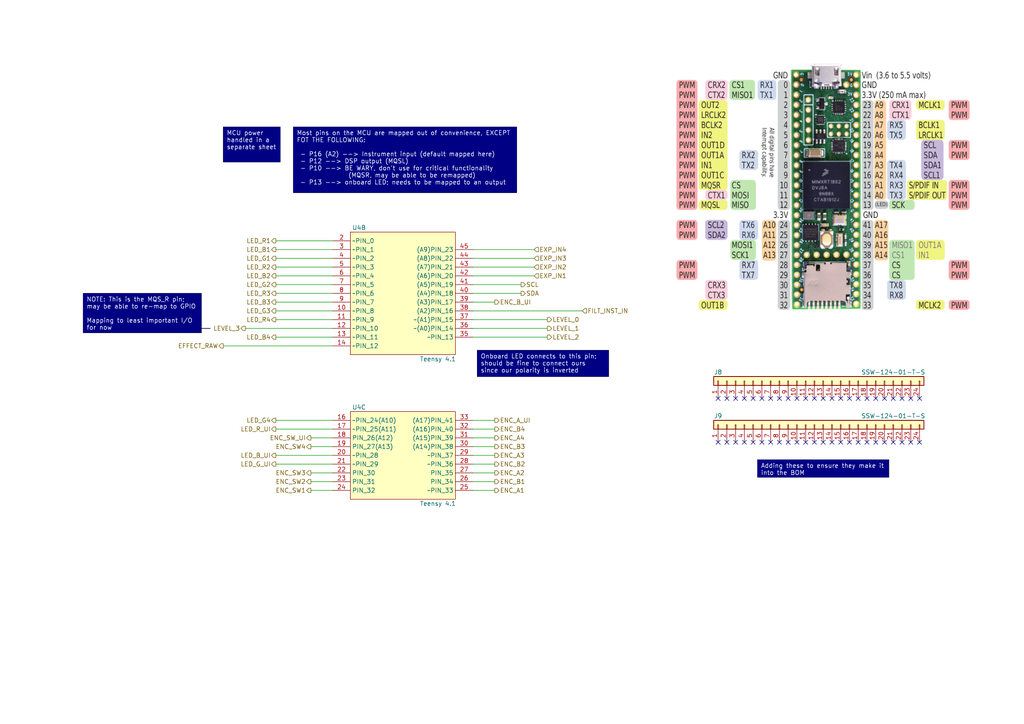
<source format=kicad_sch>
(kicad_sch (version 20230121) (generator eeschema)
  (paper "A4")
  (title_block (title "Digital Audio Effects Processor") (date "2023-11-26") (rev "A") (company "Ishaan Govindarajan"))
  (lib_symbols
    (symbol "Custom-Connector:SSW-124-01-T-S" (pin_names (offset 1.016) hide)
      (property "Reference" "J" (at 0 30.48 0))
      (property "Value" "SSW-124-01-T-S" (at 0 -33.02 0))
      (symbol "SSW-124-01-T-S_1_1"
        (rectangle (start -1.27 -30.353) (end 0 -30.607) (stroke (width 0.1524)))
        (rectangle (start -1.27 -27.813) (end 0 -28.067) (stroke (width 0.1524)))
        (rectangle (start -1.27 -25.273) (end 0 -25.527) (stroke (width 0.1524)))
        (rectangle (start -1.27 -22.733) (end 0 -22.987) (stroke (width 0.1524)))
        (rectangle (start -1.27 -20.193) (end 0 -20.447) (stroke (width 0.1524)))
        (rectangle (start -1.27 -17.653) (end 0 -17.907) (stroke (width 0.1524)))
        (rectangle (start -1.27 -15.113) (end 0 -15.367) (stroke (width 0.1524)))
        (rectangle (start -1.27 -12.573) (end 0 -12.827) (stroke (width 0.1524)))
        (rectangle (start -1.27 -10.033) (end 0 -10.287) (stroke (width 0.1524)))
        (rectangle (start -1.27 -7.493) (end 0 -7.747) (stroke (width 0.1524)))
        (rectangle (start -1.27 -4.953) (end 0 -5.207) (stroke (width 0.1524)))
        (rectangle (start -1.27 -2.413) (end 0 -2.667) (stroke (width 0.1524)))
        (rectangle (start -1.27 0.127) (end 0 -0.127) (stroke (width 0.1524)))
        (rectangle (start -1.27 2.667) (end 0 2.413) (stroke (width 0.1524)))
        (rectangle (start -1.27 5.207) (end 0 4.953) (stroke (width 0.1524)))
        (rectangle (start -1.27 7.747) (end 0 7.493) (stroke (width 0.1524)))
        (rectangle (start -1.27 10.287) (end 0 10.033) (stroke (width 0.1524)))
        (rectangle (start -1.27 12.827) (end 0 12.573) (stroke (width 0.1524)))
        (rectangle (start -1.27 15.367) (end 0 15.113) (stroke (width 0.1524)))
        (rectangle (start -1.27 17.907) (end 0 17.653) (stroke (width 0.1524)))
        (rectangle (start -1.27 20.447) (end 0 20.193) (stroke (width 0.1524)))
        (rectangle (start -1.27 22.987) (end 0 22.733) (stroke (width 0.1524)))
        (rectangle (start -1.27 25.527) (end 0 25.273) (stroke (width 0.1524)))
        (rectangle (start -1.27 28.067) (end 0 27.813) (stroke (width 0.1524)))
        (rectangle (start -1.27 29.21) (end 1.27 -31.75) (stroke (width 0.254)) (fill (type background)))
        (pin passive line (at -5.08 27.94 0) (length 3.81) (name "Pin_1") (number "1"))
        (pin passive line (at -5.08 5.08 0) (length 3.81) (name "Pin_10") (number "10"))
        (pin passive line (at -5.08 2.54 0) (length 3.81) (name "Pin_11") (number "11"))
        (pin passive line (at -5.08 0 0) (length 3.81) (name "Pin_12") (number "12"))
        (pin passive line (at -5.08 -2.54 0) (length 3.81) (name "Pin_13") (number "13"))
        (pin passive line (at -5.08 -5.08 0) (length 3.81) (name "Pin_14") (number "14"))
        (pin passive line (at -5.08 -7.62 0) (length 3.81) (name "Pin_15") (number "15"))
        (pin passive line (at -5.08 -10.16 0) (length 3.81) (name "Pin_16") (number "16"))
        (pin passive line (at -5.08 -12.7 0) (length 3.81) (name "Pin_17") (number "17"))
        (pin passive line (at -5.08 -15.24 0) (length 3.81) (name "Pin_18") (number "18"))
        (pin passive line (at -5.08 -17.78 0) (length 3.81) (name "Pin_19") (number "19"))
        (pin passive line (at -5.08 25.4 0) (length 3.81) (name "Pin_2") (number "2"))
        (pin passive line (at -5.08 -20.32 0) (length 3.81) (name "Pin_20") (number "20"))
        (pin passive line (at -5.08 -22.86 0) (length 3.81) (name "Pin_21") (number "21"))
        (pin passive line (at -5.08 -25.4 0) (length 3.81) (name "Pin_22") (number "22"))
        (pin passive line (at -5.08 -27.94 0) (length 3.81) (name "Pin_23") (number "23"))
        (pin passive line (at -5.08 -30.48 0) (length 3.81) (name "Pin_24") (number "24"))
        (pin passive line (at -5.08 22.86 0) (length 3.81) (name "Pin_3") (number "3"))
        (pin passive line (at -5.08 20.32 0) (length 3.81) (name "Pin_4") (number "4"))
        (pin passive line (at -5.08 17.78 0) (length 3.81) (name "Pin_5") (number "5"))
        (pin passive line (at -5.08 15.24 0) (length 3.81) (name "Pin_6") (number "6"))
        (pin passive line (at -5.08 12.7 0) (length 3.81) (name "Pin_7") (number "7"))
        (pin passive line (at -5.08 10.16 0) (length 3.81) (name "Pin_8") (number "8"))
        (pin passive line (at -5.08 7.62 0) (length 3.81) (name "Pin_9") (number "9"))
      )
    )
    (symbol "Daughterboards:Teensy_4_1_Basic"
      (property "Reference" "U" (at -13.97 19.05 0))
      (property "Value" "Teensy 4.1" (at 10.16 -19.05 0))
      (symbol "Teensy_4_1_Basic_0_1"
        (rectangle (start -10.16 -7.62) (end -10.16 -7.62))
      )
      (symbol "Teensy_4_1_Basic_1_0"
        (pin power_out line (at -15.24 -5.08 0) (length 5.08) (name "GND") (number "1"))
        (pin power_out line (at -15.24 2.54 0) (length 5.08) (name "3V3") (number "15"))
        (pin power_out line (at -15.24 -7.62 0) (length 5.08) (name "GND") (number "34"))
        (pin power_out line (at -15.24 5.08 0) (length 5.08) (name "3V3") (number "46"))
        (pin power_out line (at -15.24 -2.54 0) (length 5.08) (name "GND") (number "47"))
        (pin power_out line (at -15.24 7.62 0) (length 5.08) (name "VIN") (number "48"))
      )
      (symbol "Teensy_4_1_Basic_1_1"
        (rectangle (start -10.16 10.16) (end 11.43 -10.16) (fill (type background)))
        (polyline (pts (xy -5.08 1.27) (xy -3.81 1.27)))
        (polyline (pts (xy -3.81 3.81) (xy -2.54 3.81)))
        (polyline (pts (xy -3.81 6.35) (xy -5.08 6.35)))
        (polyline (pts (xy -3.81 6.35) (xy -3.81 1.27)))
        (text "250mA Max" (at 3.81 3.81 0) (effects (font (size 1.27 1.27))))
      )
      (symbol "Teensy_4_1_Basic_2_0"
        (pin bidirectional line (at -20.32 -5.08 0) (length 5.08) (name "~PIN_8") (number "10"))
        (pin bidirectional line (at -20.32 -7.62 0) (length 5.08) (name "~PIN_9") (number "11"))
        (pin bidirectional line (at -20.32 -10.16 0) (length 5.08) (name "~PIN_10") (number "12"))
        (pin bidirectional line (at -20.32 -12.7 0) (length 5.08) (name "~PIN_11") (number "13"))
        (pin bidirectional line (at -20.32 -15.24 0) (length 5.08) (name "~PIN_12") (number "14"))
        (pin bidirectional line (at -20.32 15.24 0) (length 5.08) (name "~PIN_0") (number "2"))
        (pin bidirectional line (at 20.32 -12.7 180) (length 5.08) (name "~PIN_13") (number "35"))
        (pin bidirectional line (at 20.32 -10.16 180) (length 5.08) (name "~(A0)PIN_14") (number "36"))
        (pin bidirectional line (at 20.32 -7.62 180) (length 5.08) (name "~(A1)PIN_15") (number "37"))
        (pin bidirectional line (at 20.32 -5.08 180) (length 5.08) (name "(A2)PIN_16") (number "38"))
        (pin bidirectional line (at 20.32 -2.54 180) (length 5.08) (name "(A3)PIN_17") (number "39"))
        (pin bidirectional line (at 20.32 0 180) (length 5.08) (name "(A4)PIN_18") (number "40"))
        (pin bidirectional line (at 20.32 2.54 180) (length 5.08) (name "(A5)PIN_19") (number "41"))
        (pin bidirectional line (at 20.32 5.08 180) (length 5.08) (name "(A6)PIN_20") (number "42"))
        (pin bidirectional line (at 20.32 7.62 180) (length 5.08) (name "(A7)PIN_21") (number "43"))
        (pin bidirectional line (at 20.32 10.16 180) (length 5.08) (name "(A8)PIN_22") (number "44"))
        (pin bidirectional line (at 20.32 12.7 180) (length 5.08) (name "(A9)PIN_23") (number "45"))
        (pin bidirectional line (at -20.32 7.62 0) (length 5.08) (name "~PIN_3") (number "5"))
        (pin bidirectional line (at -20.32 5.08 0) (length 5.08) (name "~PIN_4") (number "6"))
        (pin bidirectional line (at -20.32 2.54 0) (length 5.08) (name "~PIN_5") (number "7"))
        (pin bidirectional line (at -20.32 0 0) (length 5.08) (name "~PIN_6") (number "8"))
        (pin bidirectional line (at -20.32 -2.54 0) (length 5.08) (name "~PIN_7") (number "9"))
      )
      (symbol "Teensy_4_1_Basic_2_1"
        (rectangle (start -15.24 17.78) (end 15.24 -17.78) (fill (type background)))
        (pin bidirectional line (at -20.32 12.7 0) (length 5.08) (name "~PIN_1") (number "3"))
        (pin bidirectional line (at -20.32 10.16 0) (length 5.08) (name "~PIN_2") (number "4"))
      )
      (symbol "Teensy_4_1_Basic_3_0"
        (pin bidirectional line (at -20.32 10.16 0) (length 5.08) (name "~PIN_24(A10)") (number "16"))
        (pin bidirectional line (at -20.32 7.62 0) (length 5.08) (name "~PIN_25(A11)") (number "17"))
        (pin bidirectional line (at -20.32 5.08 0) (length 5.08) (name "PIN_26(A12)") (number "18"))
        (pin bidirectional line (at -20.32 2.54 0) (length 5.08) (name "PIN_27(A13)") (number "19"))
        (pin bidirectional line (at -20.32 0 0) (length 5.08) (name "~PIN_28") (number "20"))
        (pin bidirectional line (at -20.32 -2.54 0) (length 5.08) (name "~PIN_29") (number "21"))
        (pin bidirectional line (at -20.32 -5.08 0) (length 5.08) (name "PIN_30") (number "22"))
        (pin bidirectional line (at -20.32 -7.62 0) (length 5.08) (name "PIN_31") (number "23"))
        (pin bidirectional line (at -20.32 -10.16 0) (length 5.08) (name "PIN_32") (number "24"))
        (pin bidirectional line (at 20.32 -10.16 180) (length 5.08) (name "~PIN_33") (number "25"))
        (pin bidirectional line (at 20.32 -7.62 180) (length 5.08) (name "PIN_34") (number "26"))
        (pin bidirectional line (at 20.32 -5.08 180) (length 5.08) (name "PIN_35") (number "27"))
        (pin bidirectional line (at 20.32 -2.54 180) (length 5.08) (name "~PIN_36") (number "28"))
        (pin bidirectional line (at 20.32 0 180) (length 5.08) (name "~PIN_37") (number "29"))
        (pin bidirectional line (at 20.32 2.54 180) (length 5.08) (name "(A14)PIN_38") (number "30"))
        (pin bidirectional line (at 20.32 5.08 180) (length 5.08) (name "(A15)PIN_39") (number "31"))
        (pin bidirectional line (at 20.32 7.62 180) (length 5.08) (name "(A16)PIN_40") (number "32"))
        (pin bidirectional line (at 20.32 10.16 180) (length 5.08) (name "(A17)PIN_41") (number "33"))
      )
      (symbol "Teensy_4_1_Basic_3_1"
        (rectangle (start -15.24 12.7) (end 15.24 -12.7) (fill (type background)))
      )
    )
  )
  (no_connect (at 259.08 115.57))
  (no_connect (at 226.06 115.57))
  (no_connect (at 233.68 115.57))
  (no_connect (at 254 115.57))
  (no_connect (at 231.14 128.27))
  (no_connect (at 261.62 128.27))
  (no_connect (at 210.82 128.27))
  (no_connect (at 251.46 115.57))
  (no_connect (at 233.68 128.27))
  (no_connect (at 208.28 115.57))
  (no_connect (at 266.7 128.27))
  (no_connect (at 256.54 115.57))
  (no_connect (at 215.9 128.27))
  (no_connect (at 259.08 128.27))
  (no_connect (at 243.84 115.57))
  (no_connect (at 246.38 128.27))
  (no_connect (at 210.82 115.57))
  (no_connect (at 243.84 128.27))
  (no_connect (at 246.38 115.57))
  (no_connect (at 213.36 115.57))
  (no_connect (at 228.6 128.27))
  (no_connect (at 208.28 128.27))
  (no_connect (at 220.98 115.57))
  (no_connect (at 264.16 128.27))
  (no_connect (at 236.22 115.57))
  (no_connect (at 238.76 115.57))
  (no_connect (at 236.22 128.27))
  (no_connect (at 261.62 115.57))
  (no_connect (at 256.54 128.27))
  (no_connect (at 254 128.27))
  (no_connect (at 241.3 128.27))
  (no_connect (at 248.92 128.27))
  (no_connect (at 266.7 115.57))
  (no_connect (at 226.06 128.27))
  (no_connect (at 215.9 115.57))
  (no_connect (at 264.16 115.57))
  (no_connect (at 223.52 115.57))
  (no_connect (at 220.98 128.27))
  (no_connect (at 213.36 128.27))
  (no_connect (at 218.44 115.57))
  (no_connect (at 231.14 115.57))
  (no_connect (at 223.52 128.27))
  (no_connect (at 238.76 128.27))
  (no_connect (at 251.46 128.27))
  (no_connect (at 248.92 115.57))
  (no_connect (at 241.3 115.57))
  (no_connect (at 228.6 115.57))
  (no_connect (at 218.44 128.27))
  (wire (pts (xy 90.17 142.24) (xy 96.52 142.24)))
  (wire (pts (xy 90.17 137.16) (xy 96.52 137.16)))
  (wire (pts (xy 90.17 129.54) (xy 96.52 129.54)))
  (wire (pts (xy 80.01 121.92) (xy 96.52 121.92)))
  (wire (pts (xy 143.51 137.16) (xy 137.16 137.16)))
  (wire (pts (xy 80.01 90.17) (xy 96.52 90.17)))
  (wire (pts (xy 80.01 124.46) (xy 96.52 124.46)))
  (wire (pts (xy 80.01 85.09) (xy 96.52 85.09)))
  (wire (pts (xy 80.01 69.85) (xy 96.52 69.85)))
  (wire (pts (xy 137.16 77.47) (xy 154.94 77.47)))
  (wire (pts (xy 143.51 139.7) (xy 137.16 139.7)))
  (wire (pts (xy 143.51 132.08) (xy 137.16 132.08)))
  (wire (pts (xy 80.01 72.39) (xy 96.52 72.39)))
  (wire (pts (xy 80.01 92.71) (xy 96.52 92.71)))
  (wire (pts (xy 158.75 92.71) (xy 137.16 92.71)))
  (wire (pts (xy 143.51 142.24) (xy 137.16 142.24)))
  (wire (pts (xy 80.01 74.93) (xy 96.52 74.93)))
  (wire (pts (xy 80.01 134.62) (xy 96.52 134.62)))
  (wire (pts (xy 143.51 87.63) (xy 137.16 87.63)))
  (wire (pts (xy 137.16 85.09) (xy 151.13 85.09)))
  (wire (pts (xy 71.12 95.25) (xy 96.52 95.25)))
  (wire (pts (xy 80.01 132.08) (xy 96.52 132.08)))
  (wire (pts (xy 158.75 97.79) (xy 137.16 97.79)))
  (wire (pts (xy 80.01 87.63) (xy 96.52 87.63)))
  (wire (pts (xy 80.01 82.55) (xy 96.52 82.55)))
  (wire (pts (xy 90.17 127) (xy 96.52 127)))
  (wire (pts (xy 143.51 129.54) (xy 137.16 129.54)))
  (wire (pts (xy 90.17 139.7) (xy 96.52 139.7)))
  (wire (pts (xy 143.51 121.92) (xy 137.16 121.92)))
  (wire (pts (xy 168.91 90.17) (xy 137.16 90.17)))
  (wire (pts (xy 137.16 72.39) (xy 154.94 72.39)))
  (wire (pts (xy 64.77 100.33) (xy 96.52 100.33)))
  (wire (pts (xy 80.01 77.47) (xy 96.52 77.47)))
  (wire (pts (xy 143.51 127) (xy 137.16 127)))
  (wire (pts (xy 137.16 82.55) (xy 151.13 82.55)))
  (wire (pts (xy 143.51 124.46) (xy 137.16 124.46)))
  (wire (pts (xy 80.01 80.01) (xy 96.52 80.01)))
  (wire (pts (xy 143.51 134.62) (xy 137.16 134.62)))
  (wire (pts (xy 137.16 80.01) (xy 154.94 80.01)))
  (wire (pts (xy 137.16 74.93) (xy 154.94 74.93)))
  (wire (pts (xy 80.01 97.79) (xy 96.52 97.79)))
  (wire (pts (xy 158.75 95.25) (xy 137.16 95.25)))
  (rectangle (start 58.42 95.25) (end 60.96 95.25) (stroke (width 0.2) (color 0 0 72 1)) (fill (type color) (color 0 0 72 1)))
  (image (at 238.76 54.61) (scale 1.49453))
  (text_box "Most pins on the MCU are mapped out of convenience, EXCEPT FOT THE FOLLOWING:\n\n - P16 (A2) --> Instrument input (default mapped here)\n - P12 --> DSP output (MQSL)\n - P10 --> BE WARY, don't use for critical functionality \n			(MQSR, may be able to be remapped)\n - P13 --> onboard LED; needs to be mapped to an output\n" (at 85.09 36.83 0) (size 64.77 19.05) (stroke (width 0) (color 0 0 72 1)) (fill (type color) (color 0 0 132 1)) (effects (font (size 1.27 1.27)) (justify left top)))
  (text_box "NOTE: This is the MQS_R pin; may be able to re-map to GPIO\n\nMapping to least important I/O for now" (at 24.13 85.09 0) (size 34.29 11.43) (stroke (width 0) (color 0 0 72 1)) (fill (type color) (color 0 0 132 1)) (effects (font (size 1.27 1.27)) (justify left top)))
  (text_box "MCU power handled in a separate sheet" (at 64.77 36.83 0) (size 16.51 10.16) (stroke (width 0) (color 0 0 72 1)) (fill (type color) (color 0 0 132 1)) (effects (font (size 1.27 1.27)) (justify left top)))
  (text_box "Onboard LED connects to this pin; should be fine to connect ours since our polarity is inverted" (at 138.43 101.6 0) (size 38.1 7.62) (stroke (width 0) (color 0 0 72 1)) (fill (type color) (color 0 0 132 1)) (effects (font (size 1.27 1.27)) (justify left top)))
  (text_box "Adding these to ensure they make it into the BOM" (at 219.71 133.35 0) (size 38.1 5.08) (stroke (width 0) (color 0 0 72 1)) (fill (type color) (color 0 0 132 1)) (effects (font (size 1.27 1.27)) (justify left top)))
  (hierarchical_label "LED_R2" (shape output) (at 80.01 77.47 180))
  (hierarchical_label "LED_B4" (shape output) (at 80.01 97.79 180))
  (hierarchical_label "LED_B1" (shape output) (at 80.01 72.39 180))
  (hierarchical_label "LED_B_UI" (shape output) (at 80.01 132.08 180))
  (hierarchical_label "ENC_A3" (shape output) (at 143.51 132.08 0))
  (hierarchical_label "EXP_IN4" (shape input) (at 154.94 72.39 0))
  (hierarchical_label "ENC_SW4" (shape output) (at 90.17 129.54 180))
  (hierarchical_label "LED_R_UI" (shape output) (at 80.01 124.46 180))
  (hierarchical_label "ENC_B4" (shape output) (at 143.51 124.46 0))
  (hierarchical_label "LEVEL_2" (shape output) (at 158.75 97.79 0))
  (hierarchical_label "ENC_B3" (shape output) (at 143.51 129.54 0))
  (hierarchical_label "LEVEL_1" (shape output) (at 158.75 95.25 0))
  (hierarchical_label "LED_G3" (shape output) (at 80.01 90.17 180))
  (hierarchical_label "ENC_SW3" (shape output) (at 90.17 137.16 180))
  (hierarchical_label "EXP_IN1" (shape input) (at 154.94 80.01 0))
  (hierarchical_label "ENC_A4" (shape output) (at 143.51 127 0))
  (hierarchical_label "EXP_IN3" (shape input) (at 154.94 74.93 0))
  (hierarchical_label "LED_R4" (shape output) (at 80.01 92.71 180))
  (hierarchical_label "LEVEL_0" (shape output) (at 158.75 92.71 0))
  (hierarchical_label "FILT_INST_IN" (shape input) (at 168.91 90.17 0))
  (hierarchical_label "LED_R1" (shape output) (at 80.01 69.85 180))
  (hierarchical_label "ENC_A2" (shape output) (at 143.51 137.16 0))
  (hierarchical_label "LED_G_UI" (shape output) (at 80.01 134.62 180))
  (hierarchical_label "SDA" (shape output) (at 151.13 85.09 0))
  (hierarchical_label "EXP_IN2" (shape input) (at 154.94 77.47 0))
  (hierarchical_label "EFFECT_RAW" (shape output) (at 64.77 100.33 180))
  (hierarchical_label "LED_B2" (shape output) (at 80.01 80.01 180))
  (hierarchical_label "SCL" (shape output) (at 151.13 82.55 0))
  (hierarchical_label "ENC_B_UI" (shape output) (at 143.51 87.63 0))
  (hierarchical_label "ENC_A_UI" (shape output) (at 143.51 121.92 0))
  (hierarchical_label "LED_G1" (shape output) (at 80.01 74.93 180))
  (hierarchical_label "ENC_SW_UI" (shape output) (at 90.17 127 180))
  (hierarchical_label "ENC_B2" (shape output) (at 143.51 134.62 0))
  (hierarchical_label "ENC_SW2" (shape output) (at 90.17 139.7 180))
  (hierarchical_label "ENC_B1" (shape output) (at 143.51 139.7 0))
  (hierarchical_label "ENC_A1" (shape output) (at 143.51 142.24 0))
  (hierarchical_label "LEVEL_3" (shape output) (at 71.12 95.25 180))
  (hierarchical_label "ENC_SW1" (shape output) (at 90.17 142.24 180))
  (hierarchical_label "LED_G2" (shape output) (at 80.01 82.55 180))
  (hierarchical_label "LED_R3" (shape output) (at 80.01 85.09 180))
  (hierarchical_label "LED_B3" (shape output) (at 80.01 87.63 180))
  (hierarchical_label "LED_G4" (shape output) (at 80.01 121.92 180))
  (symbol (lib_id "Daughterboards:Teensy_4_1_Basic") (at 116.84 85.09 0) (unit 2)
    (property "Reference" "U4" (at 104.14 66.04 0))
    (property "Value" "Teensy 4.1" (at 127 104.14 0))
    (property "Footprint" "Daughterboards:Teensy_4_1_Basic_Socket" (effects hide))
    (property "Datasheet" "https://www.pjrc.com/store/teensy41.html" (effects hide))
    (property "Manufacturer" "SparkFun Electronics" (effects hide))
    (property "Part Number" "DEV-20359" (effects hide))
  )
  (symbol (lib_id "Custom-Connector:SSW-124-01-T-S") (at 236.22 110.49 90) (unit 1) (on_board no)
    (property "Reference" "J8" (at 208.28 107.95 90))
    (property "Value" "SSW-124-01-T-S" (at 259.08 107.95 90))
    (property "Footprint" "Connector_PinSocket_2.54mm:PinSocket_1x24_P2.54mm_Vertical" (effects hide))
    (property "Datasheet" "http://suddendocs.samtec.com/prints/ssw-s.pdf" (effects hide))
    (property "Manufacturer" "Samtec Inc." (effects hide))
    (property "Part Number" "SSW-124-01-T-S" (effects hide))
  )
  (symbol (lib_id "Custom-Connector:SSW-124-01-T-S") (at 236.22 123.19 90) (unit 1) (on_board no)
    (property "Reference" "J9" (at 208.28 120.65 90))
    (property "Value" "SSW-124-01-T-S" (at 259.08 120.65 90))
    (property "Footprint" "Connector_PinSocket_2.54mm:PinSocket_1x24_P2.54mm_Vertical" (effects hide))
    (property "Datasheet" "http://suddendocs.samtec.com/prints/ssw-s.pdf" (effects hide))
    (property "Manufacturer" "Samtec Inc." (effects hide))
    (property "Part Number" "SSW-124-01-T-S" (effects hide))
  )
  (symbol (lib_id "Daughterboards:Teensy_4_1_Basic") (at 116.84 132.08 0) (unit 3)
    (property "Reference" "U4" (at 104.14 118.11 0))
    (property "Value" "Teensy 4.1" (at 127 146.05 0))
    (property "Footprint" "Daughterboards:Teensy_4_1_Basic_Socket" (effects hide))
    (property "Datasheet" "https://www.pjrc.com/store/teensy41.html" (effects hide))
    (property "Manufacturer" "SparkFun Electronics" (effects hide))
    (property "Part Number" "DEV-20359" (effects hide))
  )
)
</source>
